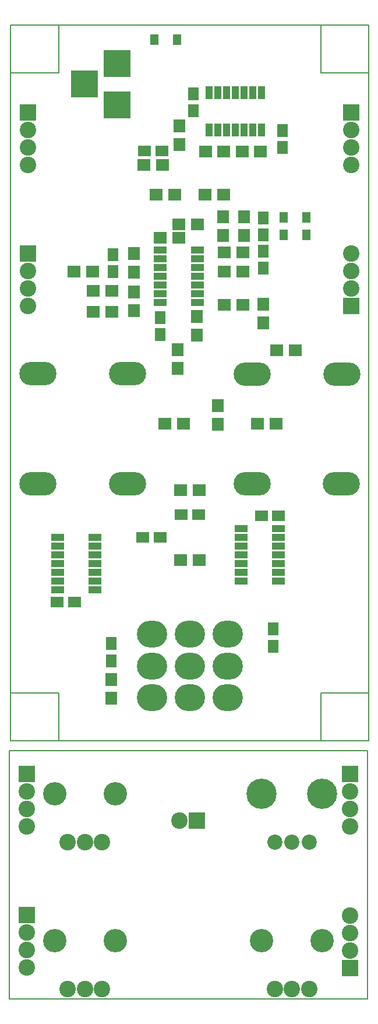
<source format=gbr>
G04 #@! TF.FileFunction,Soldermask,Top*
%FSLAX46Y46*%
G04 Gerber Fmt 4.6, Leading zero omitted, Abs format (unit mm)*
G04 Created by KiCad (PCBNEW 4.0.7) date 03/28/18 20:32:25*
%MOMM*%
%LPD*%
G01*
G04 APERTURE LIST*
%ADD10C,0.100000*%
%ADD11C,0.150000*%
%ADD12R,2.400000X2.400000*%
%ADD13C,2.400000*%
%ADD14R,3.900000X3.900000*%
%ADD15O,4.400000X3.900000*%
%ADD16C,3.400000*%
%ADD17O,5.400000X3.400000*%
%ADD18R,1.650000X1.900000*%
%ADD19R,1.900000X1.650000*%
%ADD20R,1.300000X1.600000*%
%ADD21R,1.900000X1.700000*%
%ADD22R,1.700000X1.900000*%
%ADD23R,1.900000X1.000000*%
%ADD24R,1.000000X1.900000*%
%ADD25C,2.200000*%
%ADD26C,4.400000*%
G04 APERTURE END LIST*
D10*
D11*
X79832200Y-128727200D02*
X79832200Y-128447800D01*
X80340200Y-128727200D02*
X79222600Y-128727200D01*
X124720200Y-130172500D02*
X124364600Y-130172500D01*
X124720200Y-166240500D02*
X124720200Y-130172500D01*
X124339200Y-166240500D02*
X124720200Y-166240500D01*
X72701000Y-130172500D02*
X124517000Y-130172500D01*
X72701000Y-166240500D02*
X72701000Y-130172500D01*
X72701000Y-166240500D02*
X124517000Y-166240500D01*
X117932200Y-121742200D02*
X124917200Y-121742200D01*
X117932200Y-128727200D02*
X117932200Y-121742200D01*
X79832200Y-121742200D02*
X72847200Y-121742200D01*
X79832200Y-128727200D02*
X79832200Y-121742200D01*
X79832200Y-31699200D02*
X72847200Y-31699200D01*
X79832200Y-24714200D02*
X79832200Y-31699200D01*
X117932200Y-31699200D02*
X117932200Y-24714200D01*
X124917200Y-31699200D02*
X117932200Y-31699200D01*
X124917200Y-24714200D02*
X72847200Y-24714200D01*
X124917200Y-128727200D02*
X124917200Y-24714200D01*
X72847200Y-128727200D02*
X124917200Y-128727200D01*
X72847200Y-24714200D02*
X72847200Y-128727200D01*
D12*
X99929800Y-140307100D03*
D13*
X97389800Y-140307100D03*
D14*
X88328500Y-36322000D03*
X88328500Y-30322000D03*
X83628500Y-33322000D03*
D15*
X93407600Y-113256000D03*
X98907600Y-113256000D03*
X104407600Y-113256000D03*
X93407600Y-117856000D03*
X98907600Y-117856000D03*
X104407600Y-117856000D03*
X93407600Y-122456000D03*
X98907600Y-122456000D03*
X104407600Y-122456000D03*
D12*
X75234800Y-154063700D03*
D13*
X75234800Y-156603700D03*
X75234800Y-159143700D03*
X75234800Y-161683700D03*
D12*
X75234800Y-133540500D03*
D13*
X75234800Y-136080500D03*
X75234800Y-138620500D03*
X75234800Y-141160500D03*
D12*
X122199400Y-161709100D03*
D13*
X122199400Y-159169100D03*
X122199400Y-156629100D03*
X122199400Y-154089100D03*
D12*
X122174000Y-133540500D03*
D13*
X122174000Y-136080500D03*
X122174000Y-138620500D03*
X122174000Y-141160500D03*
D12*
X75361800Y-57937400D03*
D13*
X75361800Y-60477400D03*
X75361800Y-63017400D03*
X75361800Y-65557400D03*
D12*
X75374500Y-37401500D03*
D13*
X75374500Y-39941500D03*
X75374500Y-42481500D03*
X75374500Y-45021500D03*
D12*
X122402600Y-65557400D03*
D13*
X122402600Y-63017400D03*
X122402600Y-60477400D03*
X122402600Y-57937400D03*
D12*
X122351800Y-37414200D03*
D13*
X122351800Y-39954200D03*
X122351800Y-42494200D03*
X122351800Y-45034200D03*
X81169500Y-143446500D03*
X83669500Y-143446500D03*
X86169500Y-143446500D03*
D16*
X79269500Y-136446500D03*
X88069500Y-136446500D03*
D13*
X111268500Y-164782500D03*
X113768500Y-164782500D03*
X116268500Y-164782500D03*
D16*
X109368500Y-157782500D03*
X118168500Y-157782500D03*
D13*
X81169500Y-164782500D03*
X83669500Y-164782500D03*
X86169500Y-164782500D03*
D16*
X79269500Y-157782500D03*
X88069500Y-157782500D03*
D17*
X89824700Y-75400900D03*
X89824700Y-91400900D03*
X76824700Y-91400900D03*
X76847700Y-75400900D03*
X107977800Y-91413600D03*
X107977800Y-75413600D03*
X120977800Y-75413600D03*
X120954800Y-91413600D03*
D18*
X111048800Y-114965800D03*
X111048800Y-112465800D03*
D19*
X100183000Y-95885000D03*
X97683000Y-95885000D03*
X92095000Y-99187000D03*
X94595000Y-99187000D03*
D18*
X87477600Y-117074000D03*
X87477600Y-114574000D03*
X109601000Y-57551000D03*
X109601000Y-60051000D03*
X112395000Y-40025000D03*
X112395000Y-42525000D03*
X109601000Y-52725000D03*
X109601000Y-55225000D03*
D19*
X92349000Y-43053000D03*
X94849000Y-43053000D03*
D18*
X87757000Y-60559000D03*
X87757000Y-58059000D03*
X94615000Y-67203000D03*
X94615000Y-69703000D03*
X99441000Y-34691000D03*
X99441000Y-37191000D03*
D19*
X79649000Y-108585000D03*
X82149000Y-108585000D03*
X111803500Y-96012000D03*
X109303500Y-96012000D03*
D20*
X112523000Y-52705000D03*
X115823000Y-52705000D03*
X115823000Y-55245000D03*
X112523000Y-55245000D03*
X97027000Y-26860500D03*
X93727000Y-26860500D03*
D21*
X111459000Y-82677000D03*
X108759000Y-82677000D03*
D22*
X102997000Y-82757000D03*
X102997000Y-80057000D03*
D21*
X95297000Y-82677000D03*
X97997000Y-82677000D03*
X100283000Y-92329000D03*
X97583000Y-92329000D03*
X97583000Y-102489000D03*
X100283000Y-102489000D03*
D22*
X87477600Y-122533400D03*
X87477600Y-119833400D03*
X97155000Y-71929000D03*
X97155000Y-74629000D03*
D21*
X103933000Y-65405000D03*
X106633000Y-65405000D03*
X94623900Y-55664100D03*
X97323900Y-55664100D03*
X103839000Y-49339500D03*
X101139000Y-49339500D03*
X96727000Y-49403000D03*
X94027000Y-49403000D03*
X106498400Y-43141900D03*
X109198400Y-43141900D03*
X103933000Y-60579000D03*
X106633000Y-60579000D03*
X103864400Y-43141900D03*
X101164400Y-43141900D03*
D22*
X106807000Y-52625000D03*
X106807000Y-55325000D03*
X109601000Y-68025000D03*
X109601000Y-65325000D03*
D21*
X92249000Y-45085000D03*
X94949000Y-45085000D03*
X103933000Y-57785000D03*
X106633000Y-57785000D03*
D22*
X103759000Y-52625000D03*
X103759000Y-55325000D03*
D21*
X99978200Y-53682900D03*
X97278200Y-53682900D03*
D22*
X90805000Y-60659000D03*
X90805000Y-57959000D03*
X90805000Y-66247000D03*
X90805000Y-63547000D03*
D21*
X84883000Y-66421000D03*
X87583000Y-66421000D03*
X87583000Y-63373000D03*
X84883000Y-63373000D03*
X82089000Y-60579000D03*
X84789000Y-60579000D03*
D22*
X99949000Y-69803000D03*
X99949000Y-67103000D03*
X97409000Y-39417000D03*
X97409000Y-42117000D03*
D21*
X114253000Y-72009000D03*
X111553000Y-72009000D03*
D23*
X85123000Y-106807000D03*
X85123000Y-105537000D03*
X85123000Y-104267000D03*
X85123000Y-102997000D03*
X85123000Y-101727000D03*
X85123000Y-100457000D03*
X85123000Y-99187000D03*
X79723000Y-99187000D03*
X79723000Y-100457000D03*
X79723000Y-101727000D03*
X79723000Y-102997000D03*
X79723000Y-104267000D03*
X79723000Y-105537000D03*
X79723000Y-106807000D03*
X106393000Y-97917000D03*
X106393000Y-99187000D03*
X106393000Y-100457000D03*
X106393000Y-101727000D03*
X106393000Y-102997000D03*
X106393000Y-104267000D03*
X106393000Y-105537000D03*
X111793000Y-105537000D03*
X111793000Y-104267000D03*
X111793000Y-102997000D03*
X111793000Y-101727000D03*
X111793000Y-100457000D03*
X111793000Y-99187000D03*
X111793000Y-97917000D03*
X100001050Y-65043050D03*
X100001050Y-63773050D03*
X100001050Y-62503050D03*
X100001050Y-61233050D03*
X100001050Y-59963050D03*
X100001050Y-58693050D03*
X100001050Y-57423050D03*
X94601050Y-57423050D03*
X94601050Y-58693050D03*
X94601050Y-59963050D03*
X94601050Y-61233050D03*
X94601050Y-62503050D03*
X94601050Y-63773050D03*
X94601050Y-65043050D03*
D24*
X101752400Y-39999900D03*
X103022400Y-39999900D03*
X104292400Y-39999900D03*
X105562400Y-39999900D03*
X106832400Y-39999900D03*
X108102400Y-39999900D03*
X109372400Y-39999900D03*
X109372400Y-34599900D03*
X108102400Y-34599900D03*
X106832400Y-34599900D03*
X105562400Y-34599900D03*
X104292400Y-34599900D03*
X103022400Y-34599900D03*
X101752400Y-34599900D03*
D25*
X111268500Y-143446500D03*
X113768500Y-143446500D03*
X116268500Y-143446500D03*
D26*
X109368500Y-136446500D03*
X118168500Y-136446500D03*
M02*

</source>
